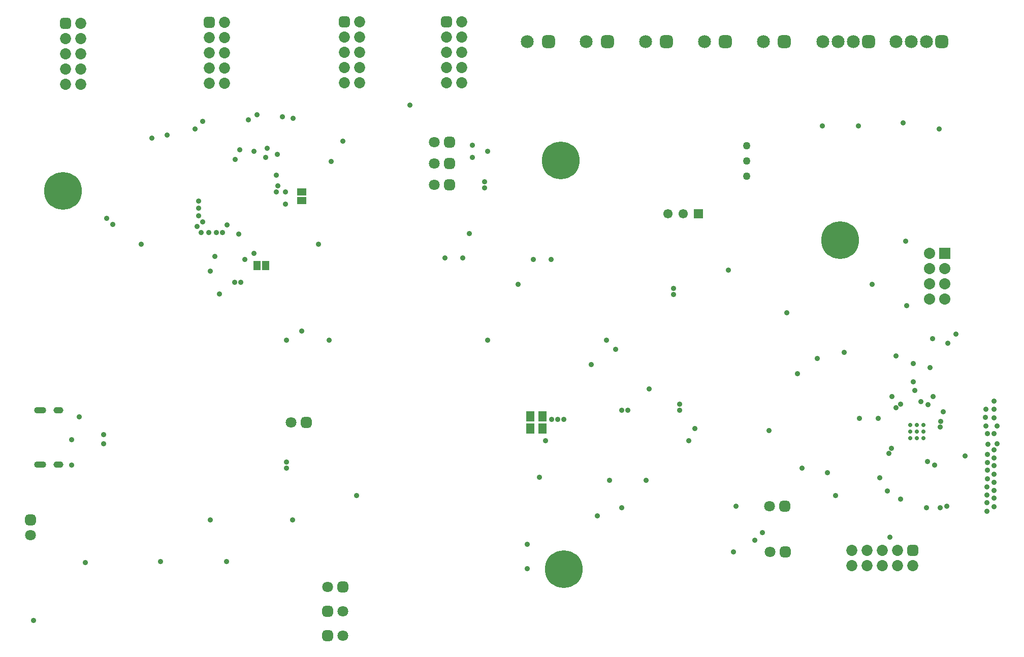
<source format=gbs>
G04*
G04 #@! TF.GenerationSoftware,Altium Limited,Altium Designer,25.4.2 (15)*
G04*
G04 Layer_Color=16711935*
%FSLAX44Y44*%
%MOMM*%
G71*
G04*
G04 #@! TF.SameCoordinates,145FFF0F-7840-416A-8FEA-007F4607A66E*
G04*
G04*
G04 #@! TF.FilePolarity,Negative*
G04*
G01*
G75*
%ADD115C,0.9000*%
%ADD120R,1.2532X1.5032*%
%ADD124R,1.5032X1.2532*%
%ADD129R,1.4032X1.6532*%
%ADD130C,1.2700*%
%ADD131R,1.5532X1.5532*%
%ADD132C,1.5532*%
G04:AMPARAMS|DCode=133|XSize=1.1mm|YSize=2.05mm|CornerRadius=0.55mm|HoleSize=0mm|Usage=FLASHONLY|Rotation=270.000|XOffset=0mm|YOffset=0mm|HoleType=Round|Shape=RoundedRectangle|*
%AMROUNDEDRECTD133*
21,1,1.1000,0.9500,0,0,270.0*
21,1,0.0000,2.0500,0,0,270.0*
1,1,1.1000,-0.4750,0.0000*
1,1,1.1000,-0.4750,0.0000*
1,1,1.1000,0.4750,0.0000*
1,1,1.1000,0.4750,0.0000*
%
%ADD133ROUNDEDRECTD133*%
%ADD134C,1.8682*%
%ADD135R,1.8682X1.8682*%
G04:AMPARAMS|DCode=136|XSize=2.1532mm|YSize=2.1532mm|CornerRadius=0.5891mm|HoleSize=0mm|Usage=FLASHONLY|Rotation=180.000|XOffset=0mm|YOffset=0mm|HoleType=Round|Shape=RoundedRectangle|*
%AMROUNDEDRECTD136*
21,1,2.1532,0.9750,0,0,180.0*
21,1,0.9750,2.1532,0,0,180.0*
1,1,1.1782,-0.4875,0.4875*
1,1,1.1782,0.4875,0.4875*
1,1,1.1782,0.4875,-0.4875*
1,1,1.1782,-0.4875,-0.4875*
%
%ADD136ROUNDEDRECTD136*%
%ADD137C,2.1532*%
%ADD138C,1.8532*%
G04:AMPARAMS|DCode=139|XSize=1.8532mm|YSize=1.8532mm|CornerRadius=0.5141mm|HoleSize=0mm|Usage=FLASHONLY|Rotation=180.000|XOffset=0mm|YOffset=0mm|HoleType=Round|Shape=RoundedRectangle|*
%AMROUNDEDRECTD139*
21,1,1.8532,0.8250,0,0,180.0*
21,1,0.8250,1.8532,0,0,180.0*
1,1,1.0282,-0.4125,0.4125*
1,1,1.0282,0.4125,0.4125*
1,1,1.0282,0.4125,-0.4125*
1,1,1.0282,-0.4125,-0.4125*
%
%ADD139ROUNDEDRECTD139*%
%ADD140C,1.8032*%
G04:AMPARAMS|DCode=141|XSize=1.8032mm|YSize=1.8032mm|CornerRadius=0.5016mm|HoleSize=0mm|Usage=FLASHONLY|Rotation=180.000|XOffset=0mm|YOffset=0mm|HoleType=Round|Shape=RoundedRectangle|*
%AMROUNDEDRECTD141*
21,1,1.8032,0.8000,0,0,180.0*
21,1,0.8000,1.8032,0,0,180.0*
1,1,1.0032,-0.4000,0.4000*
1,1,1.0032,0.4000,0.4000*
1,1,1.0032,0.4000,-0.4000*
1,1,1.0032,-0.4000,-0.4000*
%
%ADD141ROUNDEDRECTD141*%
G04:AMPARAMS|DCode=142|XSize=1.8532mm|YSize=1.8532mm|CornerRadius=0.5141mm|HoleSize=0mm|Usage=FLASHONLY|Rotation=270.000|XOffset=0mm|YOffset=0mm|HoleType=Round|Shape=RoundedRectangle|*
%AMROUNDEDRECTD142*
21,1,1.8532,0.8250,0,0,270.0*
21,1,0.8250,1.8532,0,0,270.0*
1,1,1.0282,-0.4125,-0.4125*
1,1,1.0282,-0.4125,0.4125*
1,1,1.0282,0.4125,0.4125*
1,1,1.0282,0.4125,-0.4125*
%
%ADD142ROUNDEDRECTD142*%
G04:AMPARAMS|DCode=143|XSize=1.8032mm|YSize=1.8032mm|CornerRadius=0.5016mm|HoleSize=0mm|Usage=FLASHONLY|Rotation=270.000|XOffset=0mm|YOffset=0mm|HoleType=Round|Shape=RoundedRectangle|*
%AMROUNDEDRECTD143*
21,1,1.8032,0.8000,0,0,270.0*
21,1,0.8000,1.8032,0,0,270.0*
1,1,1.0032,-0.4000,-0.4000*
1,1,1.0032,-0.4000,0.4000*
1,1,1.0032,0.4000,0.4000*
1,1,1.0032,0.4000,-0.4000*
%
%ADD143ROUNDEDRECTD143*%
%ADD144C,0.7032*%
%ADD145C,0.9144*%
%ADD146C,6.2992*%
G04:AMPARAMS|DCode=175|XSize=1.1mm|YSize=1.65mm|CornerRadius=0.55mm|HoleSize=0mm|Usage=FLASHONLY|Rotation=270.000|XOffset=0mm|YOffset=0mm|HoleType=Round|Shape=RoundedRectangle|*
%AMROUNDEDRECTD175*
21,1,1.1000,0.5500,0,0,270.0*
21,1,0.0000,1.6500,0,0,270.0*
1,1,1.1000,-0.2750,0.0000*
1,1,1.1000,-0.2750,0.0000*
1,1,1.1000,0.2750,0.0000*
1,1,1.1000,0.2750,0.0000*
%
%ADD175ROUNDEDRECTD175*%
D115*
X1148320Y805060D02*
D03*
X1178320D02*
D03*
X1000760Y807720D02*
D03*
X1030760D02*
D03*
D120*
X702250Y795000D02*
D03*
X687750D02*
D03*
D124*
X762500Y917250D02*
D03*
Y902750D02*
D03*
D129*
X1163320Y523240D02*
D03*
X1143320D02*
D03*
X1163320Y543560D02*
D03*
X1143320D02*
D03*
D130*
X1503680Y994410D02*
D03*
Y943610D02*
D03*
Y969010D02*
D03*
D131*
X1423670Y881380D02*
D03*
D132*
X1372870D02*
D03*
X1398270D02*
D03*
D133*
X326620Y462800D02*
D03*
Y553200D02*
D03*
D134*
X1808480Y739140D02*
D03*
X1833880D02*
D03*
X1808480Y815340D02*
D03*
X1833880Y764540D02*
D03*
X1808480Y789940D02*
D03*
Y764540D02*
D03*
X1833880Y789940D02*
D03*
D135*
Y815340D02*
D03*
D136*
X1566900Y1167590D02*
D03*
X1828800Y1168400D02*
D03*
X1706880D02*
D03*
X1468545Y1167590D02*
D03*
X1271835D02*
D03*
X1370190D02*
D03*
X1173480D02*
D03*
D137*
X1531900D02*
D03*
X1803400Y1168400D02*
D03*
X1778000D02*
D03*
X1752600D02*
D03*
X1681480D02*
D03*
X1656080D02*
D03*
X1630680D02*
D03*
X1433545Y1167590D02*
D03*
X1236835D02*
D03*
X1335190D02*
D03*
X1138480D02*
D03*
D138*
X1755140Y294640D02*
D03*
Y320040D02*
D03*
X1729740D02*
D03*
Y294640D02*
D03*
X1704340Y320040D02*
D03*
Y294640D02*
D03*
X1780540D02*
D03*
X1678940D02*
D03*
Y320040D02*
D03*
X393700Y1173480D02*
D03*
X368300D02*
D03*
Y1148080D02*
D03*
X393700D02*
D03*
X368300Y1122680D02*
D03*
X393700D02*
D03*
Y1198880D02*
D03*
X368300Y1097280D02*
D03*
X393700D02*
D03*
X633730Y1123950D02*
D03*
X608330D02*
D03*
X633730Y1149350D02*
D03*
X608330D02*
D03*
Y1174750D02*
D03*
X633730D02*
D03*
Y1200150D02*
D03*
Y1098550D02*
D03*
X608330D02*
D03*
X1028700Y1176020D02*
D03*
X1003300D02*
D03*
Y1150620D02*
D03*
X1028700D02*
D03*
Y1125220D02*
D03*
X1003300D02*
D03*
Y1099820D02*
D03*
X1028700D02*
D03*
Y1201420D02*
D03*
X833120Y1176020D02*
D03*
X858520Y1150620D02*
D03*
X833120Y1125220D02*
D03*
X858520D02*
D03*
Y1176020D02*
D03*
X833120Y1150620D02*
D03*
X858520Y1201420D02*
D03*
X833120Y1099820D02*
D03*
X858520D02*
D03*
D139*
X1780540Y320040D02*
D03*
D140*
X982980Y1000760D02*
D03*
X1543050Y317495D02*
D03*
X1541780Y393700D02*
D03*
X982980Y965200D02*
D03*
Y929640D02*
D03*
X309880Y345440D02*
D03*
X744220Y533400D02*
D03*
X805180Y259080D02*
D03*
X830580Y218440D02*
D03*
Y177800D02*
D03*
D141*
X1008380Y1000760D02*
D03*
X1568450Y317495D02*
D03*
X1567180Y393700D02*
D03*
X1008380Y965200D02*
D03*
Y929640D02*
D03*
X769620Y533400D02*
D03*
X830580Y259080D02*
D03*
X805180Y218440D02*
D03*
Y177800D02*
D03*
D142*
X368300Y1198880D02*
D03*
X608330Y1200150D02*
D03*
X1003300Y1201420D02*
D03*
X833120D02*
D03*
D143*
X309880Y370840D02*
D03*
D144*
X1776906Y529160D02*
D03*
Y507160D02*
D03*
X1787906Y518160D02*
D03*
X1776906D02*
D03*
X1787906Y529160D02*
D03*
X1798906Y507160D02*
D03*
X1787906D02*
D03*
X1798906Y518160D02*
D03*
Y529160D02*
D03*
D145*
X748030Y1040130D02*
D03*
X651510Y971550D02*
D03*
X391160Y542290D02*
D03*
X378460Y462280D02*
D03*
X1666240Y650240D02*
D03*
X1826917Y525762D02*
D03*
X1827530Y534670D02*
D03*
X1831224Y550395D02*
D03*
X1837690Y393700D02*
D03*
X1752600Y557530D02*
D03*
X1742332Y341988D02*
D03*
X1760220Y563880D02*
D03*
X1826260Y391160D02*
D03*
X1784350Y586740D02*
D03*
X1813560Y673100D02*
D03*
X1781810Y631190D02*
D03*
X1746250Y576580D02*
D03*
X1769110Y835660D02*
D03*
X1852930Y680720D02*
D03*
X1805940Y562610D02*
D03*
X1814830Y576580D02*
D03*
X1752600Y643890D02*
D03*
X1794510Y567690D02*
D03*
X1621790Y640080D02*
D03*
X1781810Y600710D02*
D03*
X1805776Y467439D02*
D03*
X1809750Y624840D02*
D03*
X1725930Y440690D02*
D03*
X1738884Y418846D02*
D03*
X1652270Y411480D02*
D03*
X1517650Y336550D02*
D03*
X1541561Y519508D02*
D03*
X1905000Y453390D02*
D03*
X1916430Y473710D02*
D03*
X1868170Y477520D02*
D03*
X1916430Y461010D02*
D03*
X1905000Y466090D02*
D03*
Y480060D02*
D03*
X1817370Y462280D02*
D03*
X1744980Y490220D02*
D03*
X1741170Y481330D02*
D03*
X1638300Y449580D02*
D03*
X1803400Y391160D02*
D03*
X1916202Y433272D02*
D03*
Y392632D02*
D03*
Y419302D02*
D03*
Y406602D02*
D03*
X1916430Y447040D02*
D03*
X1905000Y439420D02*
D03*
X1904772Y425652D02*
D03*
Y385012D02*
D03*
Y398982D02*
D03*
Y411682D02*
D03*
X1760220Y405130D02*
D03*
X1691640Y539750D02*
D03*
X1723390D02*
D03*
X1916202Y555192D02*
D03*
X1921510Y527050D02*
D03*
X1916430Y487680D02*
D03*
Y541020D02*
D03*
Y514350D02*
D03*
X1902460Y554990D02*
D03*
Y527050D02*
D03*
X1902232Y541222D02*
D03*
X1905172Y514448D02*
D03*
X1906442Y496668D02*
D03*
X1921510Y497840D02*
D03*
X1916430Y568960D02*
D03*
X1838960Y665480D02*
D03*
X1588770Y614680D02*
D03*
X1596390Y457200D02*
D03*
X1530350Y349250D02*
D03*
X1485900Y393700D02*
D03*
X1482090Y317500D02*
D03*
X1570990Y716026D02*
D03*
X1713230Y763270D02*
D03*
X1770380Y727710D02*
D03*
X1391920Y553720D02*
D03*
X1407160Y502920D02*
D03*
X1341120Y589280D02*
D03*
X1391920Y563880D02*
D03*
X1336040Y436880D02*
D03*
X1275080D02*
D03*
X1178560Y538480D02*
D03*
X1188720D02*
D03*
X1198880D02*
D03*
X705000Y990000D02*
D03*
X790000Y830000D02*
D03*
X735000Y897380D02*
D03*
X537500Y1012500D02*
D03*
X495000Y830000D02*
D03*
X667500Y805000D02*
D03*
X1168400Y502920D02*
D03*
X1244600Y629920D02*
D03*
X1071880Y985520D02*
D03*
X1381760Y746760D02*
D03*
Y756920D02*
D03*
X1473200Y787400D02*
D03*
X1046480Y975360D02*
D03*
X1122680Y763016D02*
D03*
X762000Y685800D02*
D03*
X1254760Y377157D02*
D03*
X1295400Y391160D02*
D03*
X1041400Y848360D02*
D03*
X1285240Y655320D02*
D03*
X1071880Y670560D02*
D03*
X682500Y985000D02*
D03*
X735000Y917500D02*
D03*
X682500Y815000D02*
D03*
X512500Y1007500D02*
D03*
X807720Y670560D02*
D03*
X853440Y411480D02*
D03*
X624840Y747500D02*
D03*
X1158240Y441960D02*
D03*
X1417320Y523240D02*
D03*
X736600Y467360D02*
D03*
X436880Y873760D02*
D03*
X447040Y863600D02*
D03*
X736600Y457200D02*
D03*
X746760Y370840D02*
D03*
X1295400Y553720D02*
D03*
X1137920Y289560D02*
D03*
X1270000Y670560D02*
D03*
X1305560Y553720D02*
D03*
X1137920Y330200D02*
D03*
X736600Y670560D02*
D03*
X660400Y767080D02*
D03*
X650240D02*
D03*
X1066800Y924560D02*
D03*
X610000Y785000D02*
D03*
X1066800Y934720D02*
D03*
X431800Y497840D02*
D03*
Y513080D02*
D03*
X378473Y504210D02*
D03*
X1046480Y995680D02*
D03*
X526491Y301093D02*
D03*
X609600Y370840D02*
D03*
X314960Y203200D02*
D03*
X401320Y299720D02*
D03*
X637318Y300807D02*
D03*
X657500Y847500D02*
D03*
X811509Y968491D02*
D03*
X830755Y1001745D02*
D03*
X720000Y917192D02*
D03*
X617500Y810000D02*
D03*
X630000Y850000D02*
D03*
X637500Y862500D02*
D03*
X620000Y850000D02*
D03*
X720000Y945000D02*
D03*
X702500Y975000D02*
D03*
X673596Y1037500D02*
D03*
X659130Y988060D02*
D03*
X942500Y1062296D02*
D03*
X587500Y860000D02*
D03*
X597500Y867500D02*
D03*
X590000Y877500D02*
D03*
X721706Y980094D02*
D03*
X607500Y850000D02*
D03*
X595000D02*
D03*
X722500Y927500D02*
D03*
X590000Y890000D02*
D03*
Y902500D02*
D03*
X597500Y1035000D02*
D03*
X584806Y1022306D02*
D03*
X1765000Y1032500D02*
D03*
X688121Y1045895D02*
D03*
X1825000Y1022500D02*
D03*
X1630000Y1027500D02*
D03*
X730250Y1042670D02*
D03*
X1690000Y1027500D02*
D03*
D146*
X1659890Y836930D02*
D03*
X1198880Y288290D02*
D03*
X1193800Y970280D02*
D03*
X364490Y919480D02*
D03*
D175*
X356620Y462800D02*
D03*
Y553200D02*
D03*
M02*

</source>
